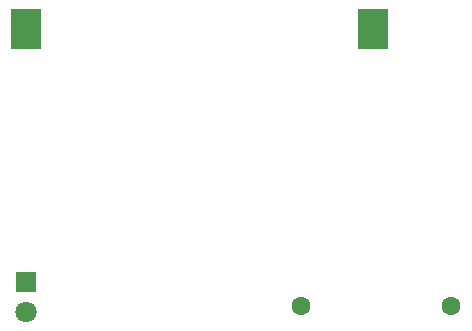
<source format=gbr>
%TF.GenerationSoftware,KiCad,Pcbnew,9.0.7*%
%TF.CreationDate,2026-01-18T00:15:26-06:00*%
%TF.ProjectId,Beginning Project KiCad,42656769-6e6e-4696-9e67-2050726f6a65,0*%
%TF.SameCoordinates,Original*%
%TF.FileFunction,Soldermask,Bot*%
%TF.FilePolarity,Negative*%
%FSLAX46Y46*%
G04 Gerber Fmt 4.6, Leading zero omitted, Abs format (unit mm)*
G04 Created by KiCad (PCBNEW 9.0.7) date 2026-01-18 00:15:26*
%MOMM*%
%LPD*%
G01*
G04 APERTURE LIST*
%ADD10C,1.600000*%
%ADD11R,2.540000X3.510000*%
%ADD12C,1.800000*%
%ADD13R,1.800000X1.800000*%
G04 APERTURE END LIST*
D10*
%TO.C,R1*%
X160000000Y-103000000D03*
X147300000Y-103000000D03*
%TD*%
D11*
%TO.C,BT1*%
X124000000Y-79500000D03*
X153360000Y-79500000D03*
%TD*%
D12*
%TO.C,D2*%
X124000000Y-103540000D03*
D13*
X124000000Y-101000000D03*
%TD*%
M02*

</source>
